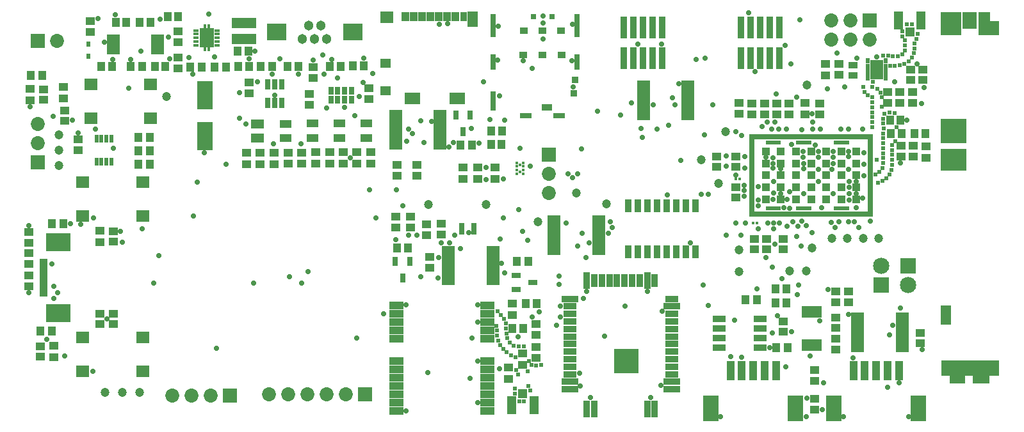
<source format=gts>
G04*
G04 #@! TF.GenerationSoftware,Altium Limited,Altium Designer,21.6.4 (81)*
G04*
G04 Layer_Color=8388736*
%FSLAX44Y44*%
%MOMM*%
G71*
G04*
G04 #@! TF.SameCoordinates,DA7206DA-C6EB-4482-9556-2D8F6DD5BCF2*
G04*
G04*
G04 #@! TF.FilePolarity,Negative*
G04*
G01*
G75*
%ADD91C,0.4532*%
%ADD92R,0.7032X1.0032*%
%ADD93R,1.1532X1.1032*%
%ADD94R,1.9842X1.0032*%
%ADD95R,1.9842X1.0032*%
%ADD96C,1.2032*%
%ADD97R,0.9532X1.8032*%
%ADD98R,0.9432X2.9982*%
%ADD99R,1.1032X1.1532*%
%ADD100R,0.9832X1.1932*%
%ADD101R,1.1932X0.9832*%
%ADD102R,1.7532X0.9482*%
%ADD103R,1.7532X0.8732*%
%ADD104R,0.6282X0.7182*%
%ADD105R,0.6282X0.4782*%
%ADD106R,1.1032X0.9032*%
%ADD107R,0.9032X0.9032*%
%ADD108R,1.4032X0.8532*%
%ADD109R,0.6532X3.1032*%
%ADD110R,0.6532X2.1032*%
%ADD111R,0.9532X0.9032*%
%ADD112R,1.6032X0.7032*%
%ADD113R,0.6532X2.6032*%
%ADD114R,0.8032X0.8032*%
%ADD115R,1.0032X1.0032*%
%ADD116R,0.5032X0.5032*%
%ADD117R,0.5032X0.7432*%
%ADD118R,0.7432X0.7432*%
%ADD119R,0.7432X0.5032*%
%ADD120R,0.8032X1.2532*%
%ADD121R,1.6782X0.6532*%
%ADD122R,3.2032X3.2332*%
%ADD123R,0.9032X2.2032*%
%ADD124R,2.2032X0.9032*%
%ADD125R,1.7032X0.9032*%
%ADD126R,0.9032X1.7032*%
%ADD127R,0.4572X0.4572*%
%ADD128R,1.2032X1.2532*%
%ADD129R,1.2532X2.4032*%
%ADD130R,1.7532X1.5532*%
%ADD131R,1.4032X1.2032*%
%ADD132R,2.1032X1.5532*%
%ADD133R,1.3732X2.0032*%
%ADD134R,0.9532X1.3032*%
%ADD135R,1.0532X1.3032*%
%ADD136R,1.7532X1.5032*%
%ADD137R,1.0032X0.5032*%
%ADD138R,3.2532X2.4032*%
%ADD139R,1.7282X0.8532*%
%ADD140R,0.4532X0.8032*%
%ADD141R,1.8532X2.6032*%
%ADD142R,0.8032X0.4432*%
%ADD143R,3.4032X3.3032*%
%ADD144R,3.4032X2.9332*%
%ADD145R,7.7032X2.0032*%
%ADD146R,1.4032X2.6032*%
%ADD147R,2.7032X1.8532*%
%ADD148R,1.9032X2.3032*%
%ADD149R,2.7032X3.1032*%
%ADD150R,1.6032X1.4532*%
%ADD151R,2.1532X1.3032*%
%ADD152R,2.2032X1.3032*%
%ADD153R,1.2532X0.8032*%
%ADD154R,2.6032X2.2032*%
%ADD155R,1.2032X0.8782*%
%ADD156R,2.0532X3.7032*%
%ADD157R,1.6032X1.1032*%
%ADD158R,0.6532X1.6282*%
%ADD159R,0.6232X0.7632*%
%ADD160R,3.2532X1.3432*%
%ADD161R,0.6732X0.5032*%
%ADD162R,0.5532X1.0532*%
%ADD163R,1.0032X2.6032*%
%ADD164R,2.0032X3.5032*%
%ADD165R,0.8032X1.4032*%
%ADD166R,1.6532X1.1532*%
%ADD167C,1.8532*%
%ADD168R,1.8532X1.8532*%
%ADD169R,1.8532X1.8532*%
%ADD170C,1.3032*%
%ADD171R,2.1532X2.1532*%
%ADD172C,2.1532*%
%ADD173C,0.7032*%
%ADD174C,0.6032*%
D91*
X669153Y347820D02*
D03*
Y342820D02*
D03*
Y337820D02*
D03*
Y332820D02*
D03*
X664802Y345320D02*
D03*
Y335320D02*
D03*
X660452Y347820D02*
D03*
Y342820D02*
D03*
Y337820D02*
D03*
Y332820D02*
D03*
D92*
X414490Y431165D02*
D03*
X423490D02*
D03*
X432490D02*
D03*
X441490D02*
D03*
Y443165D02*
D03*
X432490D02*
D03*
X423490D02*
D03*
X414490D02*
D03*
D93*
X648970Y76302D02*
D03*
Y61302D02*
D03*
X1183705Y441840D02*
D03*
Y426840D02*
D03*
X686063Y104020D02*
D03*
Y89020D02*
D03*
X1201420Y369570D02*
D03*
Y354570D02*
D03*
X654050Y161170D02*
D03*
Y146170D02*
D03*
X1060450Y426600D02*
D03*
Y411600D02*
D03*
X1041400Y411720D02*
D03*
Y426720D02*
D03*
X970813Y426480D02*
D03*
Y411480D02*
D03*
X1068403Y463790D02*
D03*
Y478790D02*
D03*
X1086445Y478910D02*
D03*
Y463910D02*
D03*
X48260Y105170D02*
D03*
Y90170D02*
D03*
X109542Y242690D02*
D03*
Y257690D02*
D03*
X448835Y361545D02*
D03*
Y346545D02*
D03*
X412750Y346830D02*
D03*
Y361830D02*
D03*
X339090Y361098D02*
D03*
Y346098D02*
D03*
X375920Y346348D02*
D03*
Y361348D02*
D03*
X303005Y361098D02*
D03*
Y346098D02*
D03*
X589280Y326510D02*
D03*
Y341510D02*
D03*
X608330D02*
D03*
Y326510D02*
D03*
X631190D02*
D03*
Y341510D02*
D03*
X386080Y424300D02*
D03*
Y439300D02*
D03*
X464820Y446920D02*
D03*
Y431920D02*
D03*
X391160Y474860D02*
D03*
Y459860D02*
D03*
X668020Y80130D02*
D03*
Y95130D02*
D03*
X541020Y251580D02*
D03*
Y266580D02*
D03*
X519430Y261740D02*
D03*
Y276740D02*
D03*
X500380D02*
D03*
Y261740D02*
D03*
X528320Y330320D02*
D03*
Y345320D02*
D03*
X501650D02*
D03*
Y330320D02*
D03*
X96520Y535820D02*
D03*
Y520820D02*
D03*
X212090Y522193D02*
D03*
Y507193D02*
D03*
X60960Y433190D02*
D03*
Y448190D02*
D03*
X16510Y445770D02*
D03*
Y430770D02*
D03*
X1054100Y35440D02*
D03*
Y20440D02*
D03*
X466878Y361545D02*
D03*
Y346545D02*
D03*
X1054100Y58420D02*
D03*
Y73420D02*
D03*
X430793Y346545D02*
D03*
Y361545D02*
D03*
X394182D02*
D03*
Y346545D02*
D03*
X357877Y346347D02*
D03*
Y361347D02*
D03*
X321047Y361097D02*
D03*
Y346097D02*
D03*
D94*
X501162Y158945D02*
D03*
Y147945D02*
D03*
Y136945D02*
D03*
Y125945D02*
D03*
Y114945D02*
D03*
Y84945D02*
D03*
Y73945D02*
D03*
Y62945D02*
D03*
Y51945D02*
D03*
Y40945D02*
D03*
Y29945D02*
D03*
Y18945D02*
D03*
X621192D02*
D03*
Y29945D02*
D03*
Y40945D02*
D03*
Y147945D02*
D03*
Y136945D02*
D03*
Y125945D02*
D03*
Y114945D02*
D03*
Y84945D02*
D03*
Y73945D02*
D03*
Y62945D02*
D03*
Y51945D02*
D03*
D95*
Y158945D02*
D03*
D96*
X953770Y203200D02*
D03*
X1097280Y247650D02*
D03*
X1077059Y247735D02*
D03*
X1118351D02*
D03*
X1043940Y451027D02*
D03*
X1021080Y204470D02*
D03*
X1042670D02*
D03*
X54610Y384810D02*
D03*
Y364490D02*
D03*
X161290Y43180D02*
D03*
X54610Y343937D02*
D03*
X935990Y388620D02*
D03*
X953770Y232410D02*
D03*
X927100Y320040D02*
D03*
X138430Y43180D02*
D03*
X115570D02*
D03*
X688340Y269240D02*
D03*
X778510Y293370D02*
D03*
X904240Y351790D02*
D03*
X619760Y292100D02*
D03*
X543560D02*
D03*
X1050290Y234950D02*
D03*
X1139073Y247801D02*
D03*
X196850Y435610D02*
D03*
X739140Y307340D02*
D03*
D97*
X807720Y290850D02*
D03*
X820420D02*
D03*
X833120D02*
D03*
X845820D02*
D03*
X858520D02*
D03*
X871220D02*
D03*
X883920D02*
D03*
X896620D02*
D03*
Y229850D02*
D03*
X883920D02*
D03*
X871220D02*
D03*
X858520D02*
D03*
X845820D02*
D03*
X833120D02*
D03*
X820420D02*
D03*
X807720D02*
D03*
D98*
X956310Y486410D02*
D03*
Y527070D02*
D03*
X969010Y486410D02*
D03*
Y527070D02*
D03*
X981710Y486410D02*
D03*
Y527070D02*
D03*
X994410Y486410D02*
D03*
Y527070D02*
D03*
X1007110Y486410D02*
D03*
Y527070D02*
D03*
X852170Y527060D02*
D03*
Y486400D02*
D03*
X839470Y527060D02*
D03*
Y486400D02*
D03*
X826770Y527060D02*
D03*
Y486400D02*
D03*
X814070Y527060D02*
D03*
Y486400D02*
D03*
X801370Y527060D02*
D03*
Y486400D02*
D03*
D99*
X60840Y266700D02*
D03*
X45840D02*
D03*
X1154550Y386080D02*
D03*
X1169550D02*
D03*
X427870Y474980D02*
D03*
X412870D02*
D03*
X175020Y345440D02*
D03*
X160020D02*
D03*
X160140Y363483D02*
D03*
X175140D02*
D03*
Y381525D02*
D03*
X160140D02*
D03*
X669170Y128270D02*
D03*
X654170D02*
D03*
X501770Y235033D02*
D03*
X516770D02*
D03*
X45720Y124460D02*
D03*
X30720D02*
D03*
X600710Y370840D02*
D03*
X585710D02*
D03*
X243633Y474787D02*
D03*
X228633D02*
D03*
X260675D02*
D03*
X275675D02*
D03*
X149860Y475443D02*
D03*
X164860D02*
D03*
X125610Y474992D02*
D03*
X110610D02*
D03*
X176290Y533863D02*
D03*
X161290D02*
D03*
X17900Y463550D02*
D03*
X32900D02*
D03*
X962660Y166370D02*
D03*
X977660D02*
D03*
X371990Y474980D02*
D03*
X356990D02*
D03*
X321512D02*
D03*
X336512D02*
D03*
X1017150Y162297D02*
D03*
X1002150D02*
D03*
X1017030Y180340D02*
D03*
X1002030D02*
D03*
X1018420Y102870D02*
D03*
X1003420D02*
D03*
X671950Y161290D02*
D03*
X686950D02*
D03*
X675640Y217375D02*
D03*
X660640D02*
D03*
D100*
X1167780Y403860D02*
D03*
X1153780D02*
D03*
X640730Y389890D02*
D03*
X626730D02*
D03*
X130160Y533863D02*
D03*
X144160D02*
D03*
X181580Y475443D02*
D03*
X195580D02*
D03*
X212740Y541020D02*
D03*
X198740D02*
D03*
X305450Y495300D02*
D03*
X291450D02*
D03*
X292070Y474980D02*
D03*
X306070D02*
D03*
X1200180Y386080D02*
D03*
X1186180D02*
D03*
X640080Y372110D02*
D03*
X626080D02*
D03*
X457850Y476250D02*
D03*
X443850D02*
D03*
D101*
X1150620Y441340D02*
D03*
Y427340D02*
D03*
X1166663D02*
D03*
Y441340D02*
D03*
X1181100Y471283D02*
D03*
Y457282D02*
D03*
X949960Y342250D02*
D03*
Y356250D02*
D03*
X924560D02*
D03*
Y342250D02*
D03*
X949960Y301610D02*
D03*
Y315610D02*
D03*
X990600Y233030D02*
D03*
Y247030D02*
D03*
X974090D02*
D03*
Y233030D02*
D03*
X1012190Y247030D02*
D03*
Y233030D02*
D03*
X1019940Y412100D02*
D03*
Y426100D02*
D03*
X1003898D02*
D03*
Y412100D02*
D03*
X987855Y426100D02*
D03*
Y412100D02*
D03*
X953770Y426750D02*
D03*
Y412750D02*
D03*
X1012190Y137810D02*
D03*
Y123810D02*
D03*
X1082040Y177180D02*
D03*
Y163180D02*
D03*
X1098550D02*
D03*
Y177180D02*
D03*
X1082040Y100300D02*
D03*
Y114300D02*
D03*
Y142890D02*
D03*
Y128890D02*
D03*
X1193800Y108570D02*
D03*
Y122570D02*
D03*
X34290Y445150D02*
D03*
Y431150D02*
D03*
X62230Y403210D02*
D03*
Y417210D02*
D03*
X212090Y472873D02*
D03*
Y486873D02*
D03*
X15240Y184150D02*
D03*
Y198150D02*
D03*
X109220Y134042D02*
D03*
Y148041D02*
D03*
X127000Y147970D02*
D03*
Y133970D02*
D03*
X544830Y208900D02*
D03*
Y222900D02*
D03*
X560070Y252700D02*
D03*
Y266700D02*
D03*
X1197143Y471283D02*
D03*
Y457282D02*
D03*
X685800Y120000D02*
D03*
Y134000D02*
D03*
X80010Y378460D02*
D03*
Y364460D02*
D03*
X1183975Y370137D02*
D03*
Y356137D02*
D03*
X1167933Y356137D02*
D03*
Y370137D02*
D03*
X127000Y257190D02*
D03*
Y243190D02*
D03*
X30480Y90790D02*
D03*
Y104790D02*
D03*
X306070Y454040D02*
D03*
Y440040D02*
D03*
X15240Y241920D02*
D03*
Y255920D02*
D03*
Y213980D02*
D03*
Y227980D02*
D03*
D102*
X1136280Y479860D02*
D03*
Y462310D02*
D03*
D103*
Y471090D02*
D03*
D104*
X1124400Y459660D02*
D03*
Y482520D02*
D03*
X1148160D02*
D03*
Y459660D02*
D03*
D105*
X1124400Y466090D02*
D03*
Y471090D02*
D03*
Y476090D02*
D03*
X1148160D02*
D03*
Y466090D02*
D03*
Y471090D02*
D03*
D106*
X669930Y522580D02*
D03*
X694330D02*
D03*
X718730D02*
D03*
X668930Y490880D02*
D03*
X694330D02*
D03*
X719730D02*
D03*
D107*
X737030Y457580D02*
D03*
D108*
X699830Y420830D02*
D03*
D109*
X740280Y529580D02*
D03*
X628780D02*
D03*
D110*
X740280Y481080D02*
D03*
X628780D02*
D03*
D111*
X735280Y439580D02*
D03*
D112*
X716330Y410080D02*
D03*
X672330D02*
D03*
D113*
X628780Y429580D02*
D03*
D114*
X682130Y541080D02*
D03*
X706530D02*
D03*
D115*
X1109369Y298960D02*
D03*
X1089369D02*
D03*
X1069369D02*
D03*
X1049369D02*
D03*
X1029369D02*
D03*
X1009369D02*
D03*
X1109369Y314960D02*
D03*
X1089369D02*
D03*
X1069369D02*
D03*
X1049369D02*
D03*
X1029369D02*
D03*
X1009369D02*
D03*
X1109369Y330960D02*
D03*
X1089369D02*
D03*
X1069369D02*
D03*
X1049369D02*
D03*
X1029369D02*
D03*
X1009369D02*
D03*
X1109369Y346960D02*
D03*
X1089369D02*
D03*
X1069369D02*
D03*
X1049369D02*
D03*
X1029369D02*
D03*
X1009369D02*
D03*
X1109369Y362960D02*
D03*
X1089369D02*
D03*
X1069369D02*
D03*
X989369Y298960D02*
D03*
Y362960D02*
D03*
Y346960D02*
D03*
Y330960D02*
D03*
X1009369Y362960D02*
D03*
X1029369D02*
D03*
X1049369D02*
D03*
X989369Y314960D02*
D03*
D116*
X1096869Y287460D02*
D03*
X1091869D02*
D03*
X1086869D02*
D03*
X1081869D02*
D03*
X1046869D02*
D03*
X1041869D02*
D03*
X1036869D02*
D03*
X1031869D02*
D03*
X991869D02*
D03*
X996869D02*
D03*
X1001869D02*
D03*
X1006869D02*
D03*
X1096869Y374460D02*
D03*
X1091869D02*
D03*
X1086869D02*
D03*
X1081869D02*
D03*
X1046869D02*
D03*
X1041869D02*
D03*
X1036869D02*
D03*
X1031869D02*
D03*
X991869D02*
D03*
X996869D02*
D03*
X1001869D02*
D03*
X1006869D02*
D03*
D117*
X976869Y382160D02*
D03*
X981869D02*
D03*
X986869D02*
D03*
X991869D02*
D03*
X996869D02*
D03*
X1001869D02*
D03*
X1006869D02*
D03*
X1011869D02*
D03*
X1016869D02*
D03*
X1021869D02*
D03*
X1026869D02*
D03*
X1031869D02*
D03*
X1036869D02*
D03*
X1041869D02*
D03*
X1046869D02*
D03*
X1051869D02*
D03*
X1056869D02*
D03*
X1061869D02*
D03*
X1066869D02*
D03*
X1071869D02*
D03*
X1076869D02*
D03*
X1081869D02*
D03*
X1086869D02*
D03*
X1091869D02*
D03*
X1096869D02*
D03*
X1101869D02*
D03*
X1106869D02*
D03*
X1111869D02*
D03*
X1116869D02*
D03*
X1121869D02*
D03*
Y279760D02*
D03*
X1116869D02*
D03*
X1111869D02*
D03*
X1106869D02*
D03*
X1101869D02*
D03*
X1096869D02*
D03*
X1091869D02*
D03*
X1086869D02*
D03*
X1081869D02*
D03*
X1076869D02*
D03*
X1071869D02*
D03*
X1066869D02*
D03*
X1061869D02*
D03*
X1056869D02*
D03*
X1051869D02*
D03*
X1046869D02*
D03*
X1041869D02*
D03*
X1036869D02*
D03*
X1031869D02*
D03*
X1026869D02*
D03*
X1021869D02*
D03*
X1016869D02*
D03*
X1011869D02*
D03*
X1006869D02*
D03*
X1001869D02*
D03*
X996869D02*
D03*
X991869D02*
D03*
X986869D02*
D03*
X981869D02*
D03*
X976869D02*
D03*
D118*
X1128068Y382160D02*
D03*
Y279760D02*
D03*
X970668D02*
D03*
Y382160D02*
D03*
D119*
X1128068Y375960D02*
D03*
Y370960D02*
D03*
Y365960D02*
D03*
Y360960D02*
D03*
Y355960D02*
D03*
Y350960D02*
D03*
Y345960D02*
D03*
Y340960D02*
D03*
Y335960D02*
D03*
Y330960D02*
D03*
Y325960D02*
D03*
Y320960D02*
D03*
Y315960D02*
D03*
Y310960D02*
D03*
Y305960D02*
D03*
Y300960D02*
D03*
Y295960D02*
D03*
Y290960D02*
D03*
Y285960D02*
D03*
X970668D02*
D03*
Y290960D02*
D03*
Y295960D02*
D03*
Y300960D02*
D03*
Y305960D02*
D03*
Y310960D02*
D03*
Y315960D02*
D03*
Y320960D02*
D03*
Y325960D02*
D03*
Y330960D02*
D03*
Y335960D02*
D03*
Y340960D02*
D03*
Y345960D02*
D03*
Y350960D02*
D03*
Y355960D02*
D03*
Y360960D02*
D03*
Y365960D02*
D03*
Y370960D02*
D03*
Y375960D02*
D03*
D120*
X598780Y411133D02*
D03*
X579780D02*
D03*
X589280Y389133D02*
D03*
X518770Y216740D02*
D03*
X499770D02*
D03*
X509270Y194740D02*
D03*
D121*
X500108Y414025D02*
D03*
Y407525D02*
D03*
Y401025D02*
D03*
Y394525D02*
D03*
Y388025D02*
D03*
Y381525D02*
D03*
Y375025D02*
D03*
Y368525D02*
D03*
X558868D02*
D03*
Y375025D02*
D03*
Y381525D02*
D03*
Y388025D02*
D03*
Y394525D02*
D03*
Y401025D02*
D03*
Y407525D02*
D03*
Y414025D02*
D03*
X709760Y228710D02*
D03*
Y235210D02*
D03*
Y241710D02*
D03*
Y248210D02*
D03*
Y254710D02*
D03*
Y261210D02*
D03*
Y267710D02*
D03*
Y274210D02*
D03*
X768520D02*
D03*
Y267710D02*
D03*
Y261210D02*
D03*
Y254710D02*
D03*
Y248210D02*
D03*
Y241710D02*
D03*
Y235210D02*
D03*
Y228710D02*
D03*
X628820Y188737D02*
D03*
Y195238D02*
D03*
Y201737D02*
D03*
Y208237D02*
D03*
Y214738D02*
D03*
Y221238D02*
D03*
Y227737D02*
D03*
Y234237D02*
D03*
X570060D02*
D03*
Y227737D02*
D03*
Y221238D02*
D03*
Y214738D02*
D03*
Y208237D02*
D03*
Y201737D02*
D03*
Y195238D02*
D03*
Y188737D02*
D03*
X886630Y407780D02*
D03*
Y414280D02*
D03*
Y420780D02*
D03*
Y427280D02*
D03*
Y433780D02*
D03*
Y440280D02*
D03*
Y446780D02*
D03*
Y453280D02*
D03*
X827870D02*
D03*
Y446780D02*
D03*
Y440280D02*
D03*
Y433780D02*
D03*
Y427280D02*
D03*
Y420780D02*
D03*
Y414280D02*
D03*
Y407780D02*
D03*
X1111080Y145940D02*
D03*
Y139440D02*
D03*
Y132940D02*
D03*
Y126440D02*
D03*
Y119940D02*
D03*
Y113440D02*
D03*
Y106940D02*
D03*
Y100440D02*
D03*
X1169840D02*
D03*
Y106940D02*
D03*
Y113440D02*
D03*
Y119940D02*
D03*
Y126440D02*
D03*
Y132940D02*
D03*
Y139440D02*
D03*
Y145940D02*
D03*
X126830Y514538D02*
D03*
Y508038D02*
D03*
Y501538D02*
D03*
Y495038D02*
D03*
X185590D02*
D03*
Y501538D02*
D03*
Y508038D02*
D03*
Y514538D02*
D03*
D122*
X804678Y84980D02*
D03*
D123*
X842678Y21680D02*
D03*
X832678D02*
D03*
X762678D02*
D03*
X752678D02*
D03*
Y191680D02*
D03*
X832678D02*
D03*
D124*
X730177Y47480D02*
D03*
Y57480D02*
D03*
Y167480D02*
D03*
X865177Y157480D02*
D03*
Y57480D02*
D03*
Y47480D02*
D03*
D125*
X730177Y67480D02*
D03*
Y77480D02*
D03*
Y87480D02*
D03*
Y97480D02*
D03*
Y107480D02*
D03*
Y117480D02*
D03*
Y127480D02*
D03*
Y137480D02*
D03*
Y147480D02*
D03*
Y157480D02*
D03*
X865177Y167480D02*
D03*
Y147480D02*
D03*
Y137480D02*
D03*
Y127480D02*
D03*
Y117480D02*
D03*
Y107480D02*
D03*
Y97480D02*
D03*
Y87480D02*
D03*
Y77480D02*
D03*
Y67480D02*
D03*
D126*
X762678Y191680D02*
D03*
X772678D02*
D03*
X782678D02*
D03*
X792678D02*
D03*
X802678D02*
D03*
X812678D02*
D03*
X822678D02*
D03*
X842678D02*
D03*
D127*
X955040Y326390D02*
D03*
X949960D02*
D03*
X972820Y267970D02*
D03*
X977900D02*
D03*
D128*
X1179830Y520690D02*
D03*
X668020Y41920D02*
D03*
D129*
X1165080Y535940D02*
D03*
X1194580D02*
D03*
X653270Y26670D02*
D03*
X682770D02*
D03*
D130*
X488720Y540070D02*
D03*
D131*
X486970Y479820D02*
D03*
Y442820D02*
D03*
D132*
X521970Y433070D02*
D03*
X581670D02*
D03*
D133*
X601920Y537820D02*
D03*
D134*
X589820Y541320D02*
D03*
D135*
X579320D02*
D03*
X568320D02*
D03*
X557320D02*
D03*
X546320D02*
D03*
X535320D02*
D03*
X524320D02*
D03*
X513320D02*
D03*
D136*
X165480Y71480D02*
D03*
X85980D02*
D03*
X165480Y116480D02*
D03*
X85980D02*
D03*
X96862Y451760D02*
D03*
X176362D02*
D03*
X96862Y406760D02*
D03*
X176362D02*
D03*
X85980Y322220D02*
D03*
X165480D02*
D03*
X85980Y277220D02*
D03*
X165480D02*
D03*
D137*
X34689Y173280D02*
D03*
Y178280D02*
D03*
Y183280D02*
D03*
Y188280D02*
D03*
Y193280D02*
D03*
Y198280D02*
D03*
Y203280D02*
D03*
Y208280D02*
D03*
Y213280D02*
D03*
Y218280D02*
D03*
D138*
X53939Y148780D02*
D03*
Y242780D02*
D03*
D139*
X927920Y140970D02*
D03*
Y128270D02*
D03*
Y115570D02*
D03*
Y102870D02*
D03*
X982160D02*
D03*
Y115570D02*
D03*
Y128270D02*
D03*
Y140970D02*
D03*
D140*
X252642Y527580D02*
D03*
X247642D02*
D03*
X252642Y498580D02*
D03*
X247642D02*
D03*
D141*
X250142Y513080D02*
D03*
D142*
X236141Y503080D02*
D03*
Y508080D02*
D03*
Y513080D02*
D03*
Y518080D02*
D03*
Y523080D02*
D03*
X264142D02*
D03*
Y518080D02*
D03*
Y513080D02*
D03*
Y508080D02*
D03*
Y503080D02*
D03*
D143*
X1237370Y390030D02*
D03*
D144*
Y351880D02*
D03*
D145*
X1259870Y75530D02*
D03*
D146*
X1227470Y146030D02*
D03*
D147*
X1283970Y525780D02*
D03*
D148*
X1258970Y536030D02*
D03*
D149*
X1233970Y532030D02*
D03*
D150*
X1278470Y540280D02*
D03*
D151*
X1243120Y61030D02*
D03*
D152*
X1274370D02*
D03*
D153*
X659560Y198833D02*
D03*
Y179832D02*
D03*
X681560Y189333D02*
D03*
D154*
X443440Y520810D02*
D03*
X342440D02*
D03*
D155*
X1104488Y463550D02*
D03*
Y476790D02*
D03*
D156*
X247650Y437210D02*
D03*
Y383210D02*
D03*
D157*
X461010Y399588D02*
D03*
Y380588D02*
D03*
X425450Y399873D02*
D03*
Y380873D02*
D03*
X354330Y399390D02*
D03*
Y380390D02*
D03*
X389890Y399873D02*
D03*
Y380873D02*
D03*
D158*
X1040540Y150390D02*
D03*
X1047040D02*
D03*
X1053540D02*
D03*
X1060040D02*
D03*
Y106150D02*
D03*
X1053540D02*
D03*
X1047040D02*
D03*
X1040540D02*
D03*
D159*
X93980Y488570D02*
D03*
Y504570D02*
D03*
D160*
X299720Y511308D02*
D03*
Y532909D02*
D03*
D161*
X587280Y255350D02*
D03*
Y260350D02*
D03*
Y265350D02*
D03*
X603980D02*
D03*
Y260350D02*
D03*
Y255350D02*
D03*
D162*
X124050Y379990D02*
D03*
X117550D02*
D03*
X111050D02*
D03*
X104550D02*
D03*
Y348990D02*
D03*
X111050D02*
D03*
X117550D02*
D03*
X124050D02*
D03*
D163*
X1002820Y72640D02*
D03*
X987820D02*
D03*
X972820D02*
D03*
X957820D02*
D03*
X942820D02*
D03*
X1165428D02*
D03*
X1150428D02*
D03*
X1135428D02*
D03*
X1120427D02*
D03*
X1105428D02*
D03*
D164*
X1028820Y22140D02*
D03*
X916820D02*
D03*
X1191428D02*
D03*
X1079428D02*
D03*
D165*
X330860Y426920D02*
D03*
X340360D02*
D03*
X349860D02*
D03*
Y451920D02*
D03*
X340360D02*
D03*
X330860D02*
D03*
D166*
X317500Y380390D02*
D03*
Y399390D02*
D03*
D167*
X26577Y398780D02*
D03*
Y373380D02*
D03*
X1126902Y510540D02*
D03*
X1101503Y535940D02*
D03*
Y510540D02*
D03*
X1076103Y535940D02*
D03*
Y510540D02*
D03*
X52070Y509270D02*
D03*
X702310Y332740D02*
D03*
Y307340D02*
D03*
X434340Y40640D02*
D03*
X408940D02*
D03*
X383540D02*
D03*
X358140D02*
D03*
X332740D02*
D03*
X255270Y39370D02*
D03*
X229870D02*
D03*
X204470D02*
D03*
D168*
X26577Y347980D02*
D03*
X702310Y358140D02*
D03*
D169*
X1126902Y535940D02*
D03*
X26670Y509270D02*
D03*
X459740Y40640D02*
D03*
X280670Y39370D02*
D03*
D170*
X408940Y511810D02*
D03*
X400940Y529810D02*
D03*
X392940Y511810D02*
D03*
X384940Y529810D02*
D03*
X376940Y511810D02*
D03*
D171*
X1141730Y185420D02*
D03*
X1177290Y210820D02*
D03*
D172*
X1141730D02*
D03*
X1177290Y185420D02*
D03*
D173*
X165100Y260350D02*
D03*
X533565Y403642D02*
D03*
X483870Y147320D02*
D03*
X998220Y209550D02*
D03*
X908050Y384628D02*
D03*
X716183Y197697D02*
D03*
X1023462Y123719D02*
D03*
X961070Y318080D02*
D03*
X961102Y310760D02*
D03*
X961146Y303205D02*
D03*
X984861Y395911D02*
D03*
X860609Y397407D02*
D03*
X991351Y401964D02*
D03*
X1001483Y402021D02*
D03*
X1006622Y392264D02*
D03*
X1016814Y392098D02*
D03*
X1051095Y401985D02*
D03*
X1036750Y391833D02*
D03*
X1061578Y392164D02*
D03*
X1088446D02*
D03*
X1098488Y392054D02*
D03*
X1117302D02*
D03*
X936836Y251349D02*
D03*
X950016Y267969D02*
D03*
X962775Y268042D02*
D03*
X979212Y260551D02*
D03*
X1025595Y269686D02*
D03*
X1017253Y263834D02*
D03*
X1037141Y270002D02*
D03*
X1031684Y263834D02*
D03*
X1106162Y269343D02*
D03*
X1112520Y261620D02*
D03*
X956310Y251460D02*
D03*
X642620Y274320D02*
D03*
X929640Y11430D02*
D03*
X1092200D02*
D03*
X1178560D02*
D03*
X1042670D02*
D03*
X186690Y224790D02*
D03*
X668020Y256540D02*
D03*
X662940Y285750D02*
D03*
X744220Y52070D02*
D03*
X69956Y266757D02*
D03*
X1043940Y35560D02*
D03*
X755650Y241300D02*
D03*
X947795Y138822D02*
D03*
X904240Y306070D02*
D03*
X913130D02*
D03*
X359410Y196850D02*
D03*
X375951Y188361D02*
D03*
X384634Y203635D02*
D03*
X1080837Y261687D02*
D03*
X1075642Y269046D02*
D03*
X1086372Y269325D02*
D03*
X1098550Y269240D02*
D03*
X537254Y374734D02*
D03*
X514604Y376597D02*
D03*
X522628Y386099D02*
D03*
X585470Y233680D02*
D03*
X638461Y246733D02*
D03*
X1159510Y454660D02*
D03*
X824709Y392799D02*
D03*
X826143Y381381D02*
D03*
X610535Y373543D02*
D03*
X576120Y374157D02*
D03*
X600292Y392901D02*
D03*
X445770Y410210D02*
D03*
X338927Y373188D02*
D03*
X375273Y372931D02*
D03*
X811530Y426720D02*
D03*
X767113Y415965D02*
D03*
X845323Y392356D02*
D03*
X637540Y436190D02*
D03*
X624426Y404691D02*
D03*
X797310Y410772D02*
D03*
X557767Y531007D02*
D03*
X734527Y448540D02*
D03*
X439936Y354007D02*
D03*
X678180Y342900D02*
D03*
X1051298Y392190D02*
D03*
X1065530Y55880D02*
D03*
X1165860D02*
D03*
X1016000Y77470D02*
D03*
X127000Y367030D02*
D03*
X740410Y237490D02*
D03*
X746760Y254436D02*
D03*
X717543Y143517D02*
D03*
X713160Y132080D02*
D03*
X717550Y157480D02*
D03*
X727710Y332740D02*
D03*
X734060Y327660D02*
D03*
X740410Y332740D02*
D03*
X725170Y267970D02*
D03*
X742950Y68580D02*
D03*
X913130Y158750D02*
D03*
X906780Y185420D02*
D03*
X1036320Y237490D02*
D03*
X989330Y222250D02*
D03*
X262890Y101600D02*
D03*
X949960Y388620D02*
D03*
X293370Y406400D02*
D03*
X661670Y116840D02*
D03*
X637540Y74930D02*
D03*
X680720Y143510D02*
D03*
X598170Y62230D02*
D03*
X542290Y69850D02*
D03*
X651510Y22860D02*
D03*
X681990D02*
D03*
X600710Y115570D02*
D03*
X775970Y118110D02*
D03*
X689610Y149860D02*
D03*
X1009187Y306960D02*
D03*
X1020778Y309646D02*
D03*
X1063182Y288180D02*
D03*
X1042670Y264160D02*
D03*
X997033Y391947D02*
D03*
X957580Y383540D02*
D03*
X961763Y355935D02*
D03*
X961390Y340360D02*
D03*
X937260Y356870D02*
D03*
Y342900D02*
D03*
X949960Y330962D02*
D03*
X1001397Y239678D02*
D03*
X991870Y267970D02*
D03*
X999490D02*
D03*
X1007690D02*
D03*
X999490Y260405D02*
D03*
X1127956Y270428D02*
D03*
X1050290Y255270D02*
D03*
X1029970Y250190D02*
D03*
X1051015Y412682D02*
D03*
X1003234Y438626D02*
D03*
X1030028Y434790D02*
D03*
X1013714Y287782D02*
D03*
X1021179Y287138D02*
D03*
X1017986Y298951D02*
D03*
X999097Y353837D02*
D03*
X989452Y354901D02*
D03*
X999204Y346931D02*
D03*
X999316Y340360D02*
D03*
X1009323Y339487D02*
D03*
X999490Y322580D02*
D03*
X979170Y316230D02*
D03*
Y298450D02*
D03*
Y291084D02*
D03*
X1108710Y288290D02*
D03*
X1117570Y300960D02*
D03*
X1099820Y298450D02*
D03*
X1099404Y306924D02*
D03*
X1109281Y307162D02*
D03*
X1078952Y306939D02*
D03*
X1039277Y306822D02*
D03*
X1059180Y322580D02*
D03*
Y339090D02*
D03*
X1039575Y339450D02*
D03*
X1039334Y346934D02*
D03*
X1039092Y355005D02*
D03*
Y362683D02*
D03*
X1023620Y372110D02*
D03*
X1055116Y370894D02*
D03*
X1059160Y362458D02*
D03*
X1059055Y355097D02*
D03*
X1078810Y346735D02*
D03*
X1076960Y338960D02*
D03*
X1078810Y355252D02*
D03*
X1078476Y363059D02*
D03*
X1099130Y362960D02*
D03*
Y355518D02*
D03*
Y339193D02*
D03*
X1099368Y323032D02*
D03*
X1109346Y323057D02*
D03*
X1119409Y330876D02*
D03*
X1119409Y345654D02*
D03*
X1119551Y360942D02*
D03*
X1099368Y314960D02*
D03*
X999385Y298794D02*
D03*
X999490Y307340D02*
D03*
X1195681Y426532D02*
D03*
X1109980Y486410D02*
D03*
X1070610Y445770D02*
D03*
X1189376Y478420D02*
D03*
X1136031Y487954D02*
D03*
X1093470Y448310D02*
D03*
X1083310Y492760D02*
D03*
X1198880Y447040D02*
D03*
X1164590Y532130D02*
D03*
X977900Y180340D02*
D03*
X1010920Y194310D02*
D03*
X1032510Y185420D02*
D03*
X1194580Y532130D02*
D03*
X889698Y241300D02*
D03*
X106680Y538480D02*
D03*
X302260Y398780D02*
D03*
X188580Y538017D02*
D03*
X246957Y361317D02*
D03*
X1060450Y138430D02*
D03*
X994338Y102870D02*
D03*
X942703Y90776D02*
D03*
X1105111Y89593D02*
D03*
X1071643Y179946D02*
D03*
X1098564Y146904D02*
D03*
X1196340Y100330D02*
D03*
X1157613Y132439D02*
D03*
X1167754Y347416D02*
D03*
X1176183Y404427D02*
D03*
X1014730Y502920D02*
D03*
X975501Y468283D02*
D03*
X869846Y424177D02*
D03*
X874530Y452754D02*
D03*
X851985Y504837D02*
D03*
X820317Y504621D02*
D03*
X635706Y528213D02*
D03*
X664670Y366711D02*
D03*
X858955Y305022D02*
D03*
X748030Y167640D02*
D03*
X752777Y176922D02*
D03*
X832636Y177304D02*
D03*
X852170Y151130D02*
D03*
X804375Y83674D02*
D03*
X850782Y52766D02*
D03*
X837616Y36490D02*
D03*
X757275Y36490D02*
D03*
X513598Y18903D02*
D03*
X608439Y29925D02*
D03*
X608612Y84886D02*
D03*
X608608Y136289D02*
D03*
X608700Y159238D02*
D03*
X513820Y159294D02*
D03*
X597042Y255093D02*
D03*
X560070Y241682D02*
D03*
X557158Y221929D02*
D03*
X570958Y368670D02*
D03*
X733532Y483000D02*
D03*
X734060Y530860D02*
D03*
X694690Y542290D02*
D03*
X669011Y482834D02*
D03*
X635145Y483787D02*
D03*
X568516Y531990D02*
D03*
X457015Y454062D02*
D03*
X458008Y485891D02*
D03*
X415260Y484421D02*
D03*
X391249Y483905D02*
D03*
X340431Y437435D02*
D03*
X314019Y495428D02*
D03*
X244891Y513375D02*
D03*
X255258Y513040D02*
D03*
X250190Y505460D02*
D03*
Y521970D02*
D03*
X231824Y465182D02*
D03*
X201123Y485715D02*
D03*
X149793Y484846D02*
D03*
X125635Y484556D02*
D03*
X114691Y507395D02*
D03*
X129841Y543625D02*
D03*
X136584Y257229D02*
D03*
X83613Y266217D02*
D03*
X118145Y141036D02*
D03*
X99932Y71796D02*
D03*
X38842Y113858D02*
D03*
X14992Y175714D02*
D03*
X45720Y213360D02*
D03*
X15097Y264368D02*
D03*
X102870Y392430D02*
D03*
X80010Y387350D02*
D03*
X72390Y403860D02*
D03*
X16510Y421640D02*
D03*
X46990Y408940D02*
D03*
X966470Y546100D02*
D03*
X317500Y454660D02*
D03*
X346710Y485140D02*
D03*
X293370Y440690D02*
D03*
X405130Y464820D02*
D03*
X403860Y490220D02*
D03*
X252730Y544830D02*
D03*
X180340Y187960D02*
D03*
X500771Y311505D02*
D03*
X465938Y312049D02*
D03*
X138430Y242570D02*
D03*
X275590Y345440D02*
D03*
X237743Y321852D02*
D03*
X469900Y466090D02*
D03*
X1153160Y119380D02*
D03*
X1167130Y154940D02*
D03*
X547370Y402082D02*
D03*
X694690Y511810D02*
D03*
X199390Y514350D02*
D03*
X783590Y269240D02*
D03*
X781630Y254436D02*
D03*
X786130Y261620D02*
D03*
X998220Y121920D02*
D03*
X473710Y274320D02*
D03*
X312420Y187960D02*
D03*
X232410Y276860D02*
D03*
X674370Y245110D02*
D03*
X53340Y175260D02*
D03*
X48260Y167640D02*
D03*
X509270Y290830D02*
D03*
X533400Y196850D02*
D03*
X643890Y201930D02*
D03*
X448310Y115570D02*
D03*
X516890Y392430D02*
D03*
X745490Y365760D02*
D03*
X619760Y341630D02*
D03*
Y325120D02*
D03*
X694690Y532964D02*
D03*
X615950Y454660D02*
D03*
X680720Y472440D02*
D03*
X643890Y403860D02*
D03*
X1047750Y91440D02*
D03*
X919480Y424180D02*
D03*
X840304D02*
D03*
X957580Y90170D02*
D03*
X642620Y326390D02*
D03*
X528320Y251460D02*
D03*
X577850D02*
D03*
X1064260Y20320D02*
D03*
X1031240Y172720D02*
D03*
X260350Y487680D02*
D03*
X306070Y485140D02*
D03*
X751840Y222068D02*
D03*
X556006Y195238D02*
D03*
X516890Y251460D02*
D03*
X62230Y91440D02*
D03*
X571491Y241588D02*
D03*
X371735Y464820D02*
D03*
X336550D02*
D03*
X716280Y186690D02*
D03*
X452120Y435610D02*
D03*
X163538Y495554D02*
D03*
X432490Y420806D02*
D03*
X803656Y157480D02*
D03*
X226476Y486873D02*
D03*
X865730Y434086D02*
D03*
X1022858Y478282D02*
D03*
X408940Y420116D02*
D03*
X877189Y350520D02*
D03*
X1005078Y145431D02*
D03*
X500380Y245443D02*
D03*
X423490Y459668D02*
D03*
X1034542Y537464D02*
D03*
X908812Y486664D02*
D03*
X897636Y484632D02*
D03*
X1150428Y49846D02*
D03*
X47752Y184404D02*
D03*
X100330Y274574D02*
D03*
X639826Y214738D02*
D03*
X147574Y446278D02*
D03*
D174*
X659091Y72884D02*
D03*
X661840Y66949D02*
D03*
X658177Y48451D02*
D03*
X657922Y41916D02*
D03*
X663494Y31572D02*
D03*
X670034D02*
D03*
X678118Y45794D02*
D03*
X675269Y51681D02*
D03*
X675072Y71155D02*
D03*
X633587Y131819D02*
D03*
X633900Y125287D02*
D03*
X634260Y118757D02*
D03*
X635817Y112405D02*
D03*
X638567Y106471D02*
D03*
X642352Y101138D02*
D03*
X647046Y96584D02*
D03*
X652491Y92961D02*
D03*
X658304Y89965D02*
D03*
X676215Y85366D02*
D03*
X679591Y79764D02*
D03*
X686122Y79422D02*
D03*
X692652Y79788D02*
D03*
X669246Y104728D02*
D03*
X662707Y104616D02*
D03*
X656188Y105148D02*
D03*
X651363Y109563D02*
D03*
X648007Y115176D02*
D03*
X646404Y121517D02*
D03*
X646260Y128055D02*
D03*
X645632Y134565D02*
D03*
X643289Y140671D02*
D03*
X639518Y146014D02*
D03*
X635195Y150922D02*
D03*
X1182661Y531038D02*
D03*
X1176121D02*
D03*
X1169732Y521598D02*
D03*
X1169808Y515058D02*
D03*
X1173650Y509766D02*
D03*
Y503226D02*
D03*
X1173475Y496688D02*
D03*
X1170127Y491070D02*
D03*
X1164025Y488717D02*
D03*
X1157485Y488701D02*
D03*
X1151082Y490035D02*
D03*
X1144544Y489897D02*
D03*
X1153567Y476125D02*
D03*
X1160104Y476340D02*
D03*
X1166639Y476592D02*
D03*
X1172938Y478352D02*
D03*
X1178413Y481929D02*
D03*
X1182659Y486903D02*
D03*
X1185216Y492923D02*
D03*
X1186010Y499414D02*
D03*
Y505954D02*
D03*
X1188536Y511987D02*
D03*
X1189928Y518377D02*
D03*
X1118220Y447861D02*
D03*
X1119718Y441494D02*
D03*
X1124450Y436980D02*
D03*
X1130418Y434305D02*
D03*
Y427766D02*
D03*
Y421226D02*
D03*
Y414686D02*
D03*
Y408146D02*
D03*
Y401606D02*
D03*
Y395066D02*
D03*
X1136255Y351800D02*
D03*
X1142778Y421546D02*
D03*
X1142773Y434626D02*
D03*
X1141068Y440940D02*
D03*
X1136663Y445774D02*
D03*
X1130580Y448177D02*
D03*
X1130949Y454707D02*
D03*
X1152843Y413908D02*
D03*
X1146450Y412531D02*
D03*
X1144782Y406208D02*
D03*
Y399668D02*
D03*
X1145607Y393180D02*
D03*
X1144952Y386673D02*
D03*
X1144494Y380149D02*
D03*
Y373609D02*
D03*
Y367069D02*
D03*
Y360529D02*
D03*
Y353989D02*
D03*
Y347449D02*
D03*
X1143606Y340969D02*
D03*
X1139936Y335556D02*
D03*
X1134189Y332436D02*
D03*
X1137885Y320784D02*
D03*
X1143897Y323359D02*
D03*
X1149067Y327365D02*
D03*
X1153071Y332536D02*
D03*
X1155645Y338548D02*
D03*
X1156702Y345002D02*
D03*
X1156746Y351541D02*
D03*
Y358082D02*
D03*
Y364621D02*
D03*
Y371161D02*
D03*
X1160496Y376520D02*
D03*
X1162211Y394731D02*
D03*
X1159631Y413520D02*
D03*
M02*

</source>
